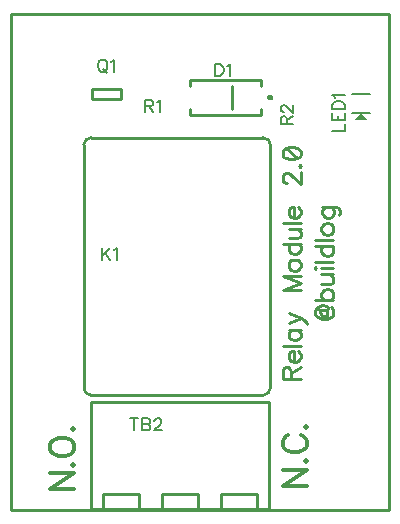
<source format=gbr>
G04 DipTrace 4.0.0.2*
G04 TopSilk.gbr*
%MOIN*%
G04 #@! TF.FileFunction,Legend,Top*
G04 #@! TF.Part,Single*
%ADD10C,0.009843*%
%ADD25C,0.005906*%
%ADD59C,0.006176*%
%ADD60C,0.012351*%
%ADD61C,0.009264*%
%FSLAX26Y26*%
G04*
G70*
G90*
G75*
G01*
G04 TopSilk*
%LPD*%
X834370Y1335636D2*
D10*
Y1315947D1*
X598146Y1315942D1*
X598145Y1335631D1*
X834368Y1414368D2*
X834367Y1434057D1*
X598143Y1434052D1*
Y1414363D1*
X735923Y1335634D2*
X735922Y1414366D1*
G36*
X863891Y1384842D2*
X865175Y1384757D1*
X866437Y1384506D1*
X867656Y1384093D1*
X868810Y1383523D1*
X869880Y1382809D1*
X870848Y1381960D1*
X871696Y1380992D1*
X872411Y1379922D1*
X872981Y1378768D1*
X873394Y1377550D1*
X873645Y1376287D1*
X873730Y1375003D1*
X873646Y1373719D1*
X873394Y1372457D1*
X872981Y1371238D1*
X872412Y1370084D1*
X871697Y1369014D1*
X870848Y1368046D1*
X869881Y1367198D1*
X868811Y1366483D1*
X867656Y1365913D1*
X866438Y1365500D1*
X865175Y1365249D1*
X863891Y1365164D1*
X863873D1*
X862589Y1365248D1*
X861327Y1365500D1*
X860108Y1365913D1*
X858954Y1366482D1*
X857884Y1367197D1*
X856916Y1368046D1*
X856067Y1369013D1*
X855352Y1370083D1*
X854783Y1371238D1*
X854369Y1372456D1*
X854118Y1373719D1*
X854034Y1375003D1*
X854118Y1376287D1*
X854369Y1377549D1*
X854783Y1378768D1*
X855352Y1379922D1*
X856067Y1380992D1*
X856916Y1381960D1*
X857883Y1382808D1*
X858953Y1383523D1*
X860107Y1384093D1*
X861326Y1384506D1*
X862588Y1384757D1*
X863872Y1384842D1*
X863891D1*
G37*
X266727Y382874D2*
D10*
G02X242717Y406906I3J24014D01*
G01*
Y1217110D1*
G02X266727Y1241142I24014J18D01*
G01*
X840753D1*
G02X864764Y1217110I-3J-24014D01*
G01*
Y406906D1*
G02X840753Y382874I-24014J-18D01*
G01*
X266727D1*
G36*
X1166240Y1325000D2*
X1147490Y1300000D1*
X1184991D1*
D1*
X1166240Y1325000D1*
G37*
X1134991Y1324999D2*
D25*
X1197489Y1325001D1*
X1136711Y1387646D2*
X1195766Y1387648D1*
X0Y1653543D2*
D10*
Y0D1*
X1259843D1*
Y1653543D1*
X0D1*
X367423Y1371756D2*
Y1403244D1*
X269001D1*
Y1371756D1*
X367423D1*
X267815Y359350D2*
Y5020D1*
X858366D1*
Y359350D1*
X267815D1*
X307205Y54236D2*
Y5020D1*
X425315D1*
Y54236D1*
X307205D1*
X504035D2*
Y5020D1*
X622146D1*
Y54236D1*
X504035D1*
X700866D2*
Y5020D1*
X818976D1*
Y54236D1*
X700866D1*
X130874Y122265D2*
D60*
X211258D1*
X130874Y68676D1*
X211258D1*
X203565Y150770D2*
X207456Y146968D1*
X211258Y150770D1*
X207456Y154661D1*
X203565Y150770D1*
X130874Y202356D2*
X134677Y194663D1*
X142370Y187058D1*
X149975Y183167D1*
X161471Y179364D1*
X180661D1*
X192068Y183167D1*
X199762Y187058D1*
X207367Y194663D1*
X211258Y202356D1*
Y217655D1*
X207367Y225260D1*
X199762Y232953D1*
X192068Y236756D1*
X180661Y240559D1*
X161471D1*
X149975Y236756D1*
X142370Y232953D1*
X134677Y225260D1*
X130874Y217655D1*
Y202356D1*
X203565Y269064D2*
X207456Y265261D1*
X211258Y269064D1*
X207456Y272955D1*
X203565Y269064D1*
X905874Y134765D2*
X986258D1*
X905874Y81176D1*
X986258D1*
X978565Y163270D2*
X982456Y159468D1*
X986258Y163270D1*
X982456Y167161D1*
X978565Y163270D1*
X924975Y249256D2*
X917370Y245453D1*
X909677Y237760D1*
X905874Y230155D1*
Y214856D1*
X909677Y207163D1*
X917370Y199558D1*
X924975Y195667D1*
X936471Y191864D1*
X955661D1*
X967068Y195667D1*
X974762Y199558D1*
X982367Y207163D1*
X986258Y214856D1*
Y230155D1*
X982367Y237760D1*
X974762Y245453D1*
X967068Y249256D1*
X978565Y277761D2*
X982456Y273959D1*
X986258Y277761D1*
X982456Y281652D1*
X978565Y277761D1*
X934059Y435882D2*
D61*
Y461682D1*
X931140Y470304D1*
X928288Y473222D1*
X922585Y476074D1*
X916815D1*
X911111Y473222D1*
X908192Y470304D1*
X905341Y461682D1*
Y435882D1*
X965629D1*
X934059Y455978D2*
X965629Y476074D1*
X942681Y494601D2*
Y529023D1*
X936911D1*
X931140Y526171D1*
X928288Y523319D1*
X925437Y517549D1*
Y508927D1*
X928288Y503223D1*
X934059Y497453D1*
X942681Y494601D1*
X948384D1*
X957007Y497453D1*
X962710Y503223D1*
X965629Y508927D1*
Y517549D1*
X962710Y523319D1*
X957007Y529023D1*
X905341Y547550D2*
X965629D1*
X925437Y600499D2*
X965629D1*
X934059D2*
X928288Y594795D1*
X925437Y589025D1*
Y580469D1*
X928288Y574699D1*
X934059Y568995D1*
X942681Y566077D1*
X948384D1*
X957007Y568995D1*
X962710Y574699D1*
X965629Y580469D1*
Y589025D1*
X962710Y594795D1*
X957007Y600499D1*
X925437Y621944D2*
X965629Y639122D1*
X977103Y633418D1*
X982873Y627648D1*
X985725Y621944D1*
Y619026D1*
X925437Y656366D2*
X965629Y639122D1*
Y779110D2*
X905341D1*
X965629Y756162D1*
X905341Y733214D1*
X965629D1*
X925437Y811963D2*
X928288Y806259D1*
X934059Y800489D1*
X942681Y797637D1*
X948384D1*
X957007Y800489D1*
X962710Y806259D1*
X965629Y811963D1*
Y820585D1*
X962710Y826355D1*
X957007Y832059D1*
X948384Y834977D1*
X942681D1*
X934059Y832059D1*
X928288Y826355D1*
X925437Y820585D1*
Y811963D1*
X905341Y887926D2*
X965629D1*
X934059D2*
X928288Y882222D1*
X925437Y876452D1*
Y867830D1*
X928288Y862126D1*
X934059Y856356D1*
X942681Y853504D1*
X948384D1*
X957007Y856356D1*
X962710Y862126D1*
X965629Y867830D1*
Y876452D1*
X962710Y882222D1*
X957007Y887926D1*
X925437Y906453D2*
X954155D1*
X962710Y909305D1*
X965629Y915075D1*
Y923697D1*
X962710Y929401D1*
X954155Y938023D1*
X925437D2*
X965629D1*
X905341Y956550D2*
X965629D1*
X942681Y975077D2*
Y1009499D1*
X936911D1*
X931140Y1006647D1*
X928288Y1003796D1*
X925437Y998025D1*
Y989403D1*
X928288Y983700D1*
X934059Y977929D1*
X942681Y975077D1*
X948384D1*
X957007Y977929D1*
X962710Y983700D1*
X965629Y989403D1*
Y998025D1*
X962710Y1003796D1*
X957007Y1009499D1*
X919733Y1089266D2*
X916881D1*
X911111Y1092118D1*
X908259Y1094970D1*
X905407Y1100740D1*
Y1112214D1*
X908259Y1117918D1*
X911111Y1120769D1*
X916881Y1123688D1*
X922585D1*
X928355Y1120769D1*
X936911Y1115066D1*
X965629Y1086348D1*
Y1126540D1*
X959858Y1147919D2*
X962777Y1145067D1*
X965629Y1147919D1*
X962777Y1150837D1*
X959858Y1147919D1*
X905407Y1186608D2*
X908259Y1177986D1*
X916881Y1172216D1*
X931207Y1169364D1*
X939829D1*
X954155Y1172216D1*
X962777Y1177986D1*
X965629Y1186608D1*
Y1192312D1*
X962777Y1200934D1*
X954155Y1206638D1*
X939829Y1209556D1*
X931207D1*
X916881Y1206638D1*
X908259Y1200934D1*
X905407Y1192312D1*
Y1186608D1*
X916881Y1206638D2*
X954155Y1172216D1*
X1028970Y668260D2*
Y659638D1*
X1031822Y653934D1*
X1034674Y651016D1*
X1040444Y648164D1*
X1051918D1*
X1054770Y651016D1*
Y656786D1*
X1051918Y668260D1*
X1057621Y671112D1*
Y673963D1*
X1051918Y679734D1*
X1037592Y682585D1*
X1028970Y679734D1*
X1023200Y676882D1*
X1017496Y671112D1*
X1014644Y665408D1*
Y653934D1*
X1017496Y648164D1*
X1023200Y642460D1*
X1028970Y639542D1*
X1037592Y636690D1*
X1051918D1*
X1060540Y639542D1*
X1066244Y642460D1*
X1072014Y648164D1*
X1074866Y653934D1*
Y665408D1*
X1072014Y671112D1*
X1066244Y676882D1*
X1026118Y668260D2*
X1051918D1*
X1014578Y701113D2*
X1074866D1*
X1043296D2*
X1037525Y706883D1*
X1034674Y712587D1*
Y721209D1*
X1037525Y726912D1*
X1043296Y732683D1*
X1051918Y735534D1*
X1057621D1*
X1066244Y732683D1*
X1071947Y726912D1*
X1074866Y721209D1*
Y712587D1*
X1071947Y706883D1*
X1066244Y701113D1*
X1034674Y754062D2*
X1063392D1*
X1071947Y756913D1*
X1074866Y762684D1*
Y771306D1*
X1071947Y777009D1*
X1063392Y785631D1*
X1034674D2*
X1074866D1*
X1014578Y804159D2*
X1017429Y807011D1*
X1014578Y809929D1*
X1011659Y807011D1*
X1014578Y804159D1*
X1034674Y807011D2*
X1074866D1*
X1014578Y828456D2*
X1074866D1*
X1014578Y881405D2*
X1074866D1*
X1043296D2*
X1037525Y875701D1*
X1034674Y869931D1*
Y861309D1*
X1037525Y855605D1*
X1043296Y849835D1*
X1051918Y846983D1*
X1057621D1*
X1066244Y849835D1*
X1071947Y855605D1*
X1074866Y861309D1*
Y869931D1*
X1071947Y875701D1*
X1066244Y881405D1*
X1014578Y899932D2*
X1074866D1*
X1034674Y932785D2*
X1037525Y927081D1*
X1043296Y921311D1*
X1051918Y918459D1*
X1057621D1*
X1066244Y921311D1*
X1071947Y927081D1*
X1074866Y932785D1*
Y941407D1*
X1071947Y947177D1*
X1066244Y952881D1*
X1057621Y955799D1*
X1051918D1*
X1043296Y952881D1*
X1037525Y947177D1*
X1034674Y941407D1*
Y932785D1*
X1037525Y1008748D2*
X1083488D1*
X1092043Y1005896D1*
X1094962Y1003044D1*
X1097813Y997274D1*
Y988652D1*
X1094962Y982948D1*
X1046148Y1008748D2*
X1040444Y1003044D1*
X1037525Y997274D1*
Y988652D1*
X1040444Y982948D1*
X1046148Y977178D1*
X1054770Y974326D1*
X1060540D1*
X1069095Y977178D1*
X1074866Y982948D1*
X1077717Y988652D1*
Y997274D1*
X1074866Y1003044D1*
X1069095Y1008748D1*
X681643Y1487022D2*
D59*
X681644Y1446830D1*
X695041Y1446831D1*
X700789Y1448776D1*
X704636Y1452579D1*
X706537Y1456426D1*
X708438Y1462129D1*
Y1471724D1*
X706536Y1477472D1*
X704635Y1481275D1*
X700788Y1485121D1*
X695040Y1487023D1*
X681643Y1487022D1*
X720789Y1479330D2*
X724636Y1481275D1*
X730384Y1486979D1*
X730385Y1446831D1*
X304370Y874720D2*
Y834528D1*
X331164Y874720D2*
X304370Y847926D1*
X313920Y857520D2*
X331164Y834528D1*
X343516Y867027D2*
X347363Y868972D1*
X353111Y874676D1*
Y834528D1*
X1071541Y1263221D2*
X1111733Y1263222D1*
X1111732Y1286170D1*
X1071540Y1323370D2*
Y1298521D1*
X1111732D1*
Y1323371D1*
X1090685Y1298521D2*
Y1313820D1*
X1071539Y1335721D2*
X1111731Y1335722D1*
Y1349119D1*
X1109786Y1354867D1*
X1105983Y1358714D1*
X1102136Y1360615D1*
X1096432Y1362516D1*
X1086838D1*
X1081090Y1360615D1*
X1077287Y1358713D1*
X1073440Y1354867D1*
X1071539Y1349119D1*
Y1335721D1*
X1079232Y1374867D2*
X1077287Y1378714D1*
X1071583Y1384462D1*
X1111731Y1384463D1*
X301442Y1501492D2*
X297640Y1499635D1*
X293793Y1495788D1*
X291892Y1491941D1*
X289946Y1486193D1*
Y1476643D1*
X291892Y1470895D1*
X293793Y1467092D1*
X297640Y1463245D1*
X301442Y1461344D1*
X309092D1*
X312938Y1463245D1*
X316741Y1467092D1*
X318642Y1470895D1*
X320588Y1476643D1*
Y1486193D1*
X318642Y1491941D1*
X316741Y1495788D1*
X312938Y1499635D1*
X309092Y1501492D1*
X301442D1*
X307190Y1468993D2*
X318642Y1457497D1*
X332939Y1493798D2*
X336786Y1495744D1*
X342534Y1501448D1*
Y1461300D1*
X448120Y1347406D2*
X465320D1*
X471068Y1349351D1*
X473013Y1351252D1*
X474914Y1355055D1*
Y1358902D1*
X473013Y1362704D1*
X471068Y1364650D1*
X465320Y1366551D1*
X448120D1*
Y1326359D1*
X461517Y1347406D2*
X474914Y1326359D1*
X487266Y1358857D2*
X491113Y1360803D1*
X496861Y1366507D1*
Y1326359D1*
X918834Y1285780D2*
Y1302980D1*
X916888Y1308728D1*
X914987Y1310673D1*
X911185Y1312574D1*
X907338D1*
X903535Y1310673D1*
X901590Y1308728D1*
X899689Y1302980D1*
Y1285780D1*
X939881D1*
X918834Y1299177D2*
X939881Y1312574D1*
X909283Y1326871D2*
X907382D1*
X903535Y1328772D1*
X901634Y1330674D1*
X899733Y1334520D1*
Y1342170D1*
X901634Y1345972D1*
X903535Y1347874D1*
X907382Y1349819D1*
X911185D1*
X915031Y1347874D1*
X920735Y1344071D1*
X939881Y1324926D1*
Y1351720D1*
X411444Y305429D2*
Y265237D1*
X398047Y305429D2*
X424842D1*
X437193D2*
Y265237D1*
X454437D1*
X460185Y267182D1*
X462087Y269084D1*
X463988Y272886D1*
Y278634D1*
X462087Y282481D1*
X460185Y284382D1*
X454437Y286283D1*
X460185Y288229D1*
X462087Y290130D1*
X463988Y293933D1*
Y297780D1*
X462087Y301582D1*
X460185Y303528D1*
X454437Y305429D1*
X437193D1*
Y286283D2*
X454437D1*
X478285Y295834D2*
Y297735D1*
X480186Y301582D1*
X482087Y303483D1*
X485934Y305385D1*
X493583D1*
X497386Y303483D1*
X499287Y301582D1*
X501233Y297735D1*
Y293933D1*
X499287Y290086D1*
X495485Y284382D1*
X476339Y265237D1*
X503134D1*
M02*

</source>
